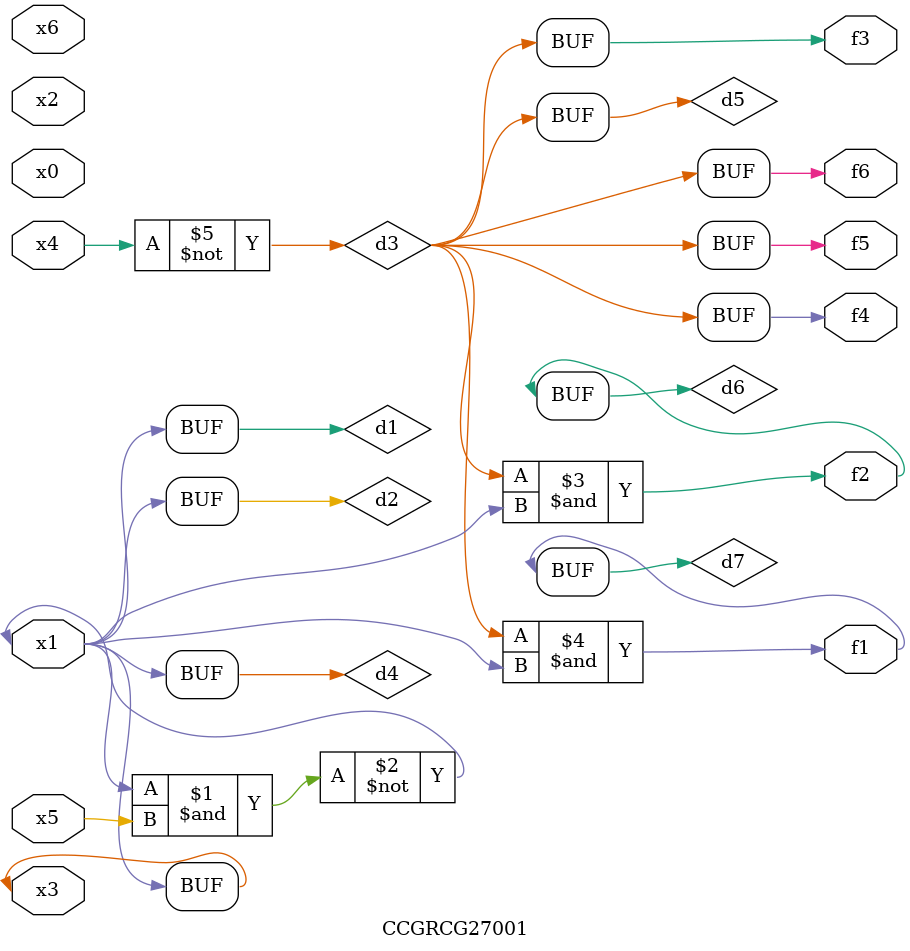
<source format=v>
module CCGRCG27001(
	input x0, x1, x2, x3, x4, x5, x6,
	output f1, f2, f3, f4, f5, f6
);

	wire d1, d2, d3, d4, d5, d6, d7;

	buf (d1, x1, x3);
	nand (d2, x1, x5);
	not (d3, x4);
	buf (d4, d1, d2);
	buf (d5, d3);
	and (d6, d3, d4);
	and (d7, d3, d4);
	assign f1 = d7;
	assign f2 = d6;
	assign f3 = d5;
	assign f4 = d5;
	assign f5 = d5;
	assign f6 = d5;
endmodule

</source>
